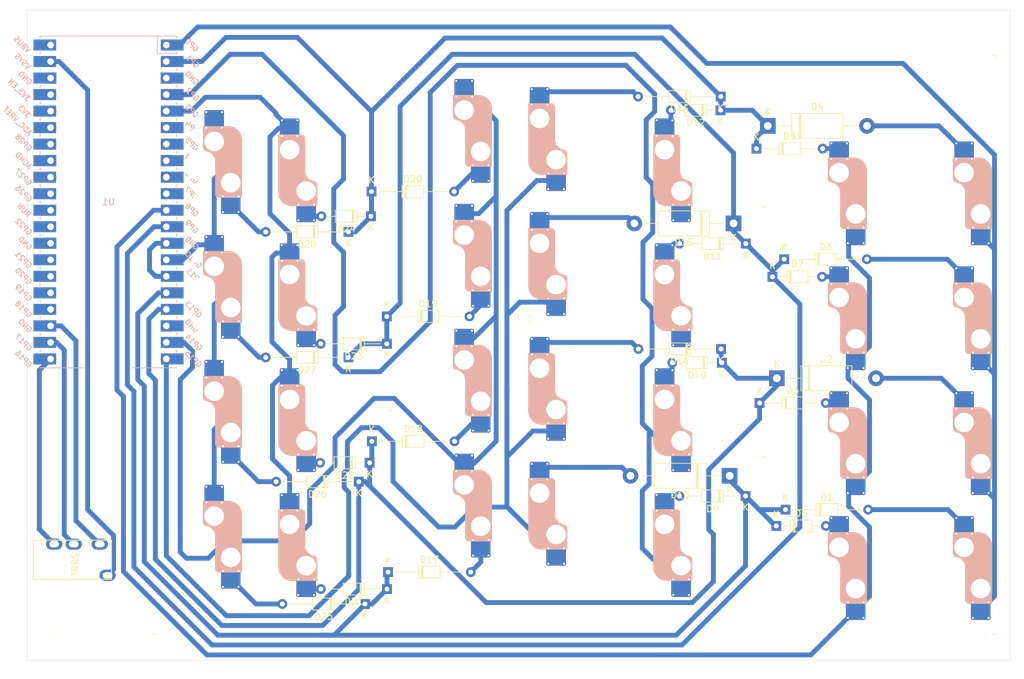
<source format=kicad_pcb>
(kicad_pcb (version 20240108) (generator "pcbnew") (generator_version "8.0")
  (layers (0 "F.Cu" signal) (31 "B.Cu" signal) (34 "B.Paste" user) (35 "F.Paste" user) (36 "B.SilkS" user "B.Silkscreen") (37 "F.SilkS" user "F.Silkscreen") (38 "B.Mask" user) (39 "F.Mask" user) (44 "Edge.Cuts" user))
  (net 0 "")
  (net 1 "Net-(D1-A)")
  (net 2 "/r1")
  (net 3 "Net-(D2-A)")
  (net 4 "/r2")
  (net 5 "/r3")
  (net 6 "Net-(D3-A)")
  (net 7 "Net-(D4-A)")
  (net 8 "/r4")
  (net 9 "Net-(D5-A)")
  (net 10 "Net-(D6-A)")
  (net 11 "Net-(D7-A)")
  (net 12 "Net-(D8-A)")
  (net 13 "Net-(D9-A)")
  (net 14 "Net-(D10-A)")
  (net 15 "Net-(D11-A)")
  (net 16 "Net-(D12-A)")
  (net 17 "Net-(D13-A)")
  (net 18 "Net-(D14-A)")
  (net 19 "Net-(D15-A)")
  (net 20 "Net-(D16-A)")
  (net 21 "Net-(D17-A)")
  (net 22 "Net-(D18-A)")
  (net 23 "Net-(D19-A)")
  (net 24 "Net-(D20-A)")
  (net 25 "Net-(D21-A)")
  (net 26 "Net-(D22-A)")
  (net 27 "Net-(D23-A)")
  (net 28 "Net-(D24-A)")
  (net 29 "Net-(D25-A)")
  (net 30 "Net-(D26-A)")
  (net 31 "Net-(D27-A)")
  (net 32 "Net-(D28-A)")
  (net 38 "/scl")
  (net 39 "/GND")
  (net 40 "+5V")
  (net 41 "/sda")
  (net 42 "/c1")
  (net 43 "/c2")
  (net 44 "/c3")
  (net 45 "/c4")
  (net 46 "/c5")
  (net 47 "/c6")
  (net 48 "/c7")
  (net 59 "Net-(U1-GPIO11)")
  (footprint "BrownSugar_KBD:CherryMX_Hotswap_via_1U_with_tp" (layer "F.Cu") (at 75.2 131.6 -90)
    (property "Reference" "SW25")
    (property "Value" "SW_PUSH")
  )
  (footprint "Diode_THT:D_DO-34_SOD68_P12.70mm_Horizontal" (layer "F.Cu") (at 165.3 88.3)
    (property "Reference" "D3")
    (property "Value" "D")
  )
  (footprint "BrownSugar_KBD:CherryMX_Hotswap_via_1U_with_tp" (layer "F.Cu") (at 132.8 107.6 90)
    (property "Reference" "SW14")
    (property "Value" "SW_PUSH")
  )
  (footprint "Diode_THT:D_DO-34_SOD68_P12.70mm_Horizontal" (layer "F.Cu") (at 165.5 126.8)
    (property "Reference" "D1")
    (property "Value" "D")
  )
  (footprint "BrownSugar_KBD:CherryMX_Hotswap_via_1U_with_tp" (layer "F.Cu") (at 94.4 112.4 90)
    (property "Reference" "SW22")
    (property "Value" "SW_PUSH")
  )
  (footprint "Diode_THT:D_DO-15_P15.24mm_Horizontal" (layer "F.Cu") (at 164.16 106.6)
    (property "Reference" "D2")
    (property "Value" "D")
  )
  (footprint "Diode_THT:D_DO-34_SOD68_P7.62mm_Horizontal" (layer "F.Cu") (at 101.815 81.7 180)
    (property "Reference" "D24")
    (property "Value" "D")
  )
  (footprint "Diode_THT:D_DO-34_SOD68_P12.70mm_Horizontal" (layer "F.Cu") (at 101.9 77.9)
    (property "Reference" "D20")
    (property "Value" "D")
  )
  (footprint "Diode_THT:D_DO-34_SOD68_P12.70mm_Horizontal" (layer "F.Cu") (at 155.55 63.3 180)
    (property "Reference" "D16")
    (property "Value" "D")
  )
  (footprint "BrownSugar_KBD:mountinghole_M2" (layer "F.Cu") (at 125.1 98)
    (property "Reference" "H10")
    (property "Value" "MountingHole")
  )
  (footprint "BrownSugar_KBD:CherryMX_Hotswap_via_1U_with_tp" (layer "F.Cu") (at 113.6 88.4 -90)
    (property "Reference" "SW19")
    (property "Value" "SW_PUSH")
  )
  (footprint "BrownSugar_KBD:CherryMX_Hotswap_via_1U_with_tp" (layer "F.Cu") (at 171.2 98 -90)
    (property "Reference" "SW7")
    (property "Value" "SW_PUSH")
  )
  (footprint "Diode_THT:D_DO-34_SOD68_P10.16mm_Horizontal" (layer "F.Cu") (at 161.52 110.4)
    (property "Reference" "D6")
    (property "Value" "D")
  )
  (footprint "Diode_THT:D_DO-34_SOD68_P7.62mm_Horizontal" (layer "F.Cu") (at 163.5 91)
    (property "Reference" "D7")
    (property "Value" "D")
  )
  (footprint "BrownSugar_KBD:mountinghole_M2" (layer "F.Cu") (at 53 147)
    (property "Reference" "H4")
    (property "Value" "MountingHole")
  )
  (footprint "BrownSugar_KBD:mountinghole_M2" (layer "F.Cu") (at 197 147)
    (property "Reference" "H3")
    (property "Value" "MountingHole")
  )
  (footprint "Diode_THT:D_DO-34_SOD68_P10.16mm_Horizontal" (layer "F.Cu") (at 104.26 101.3 180)
    (property "Reference" "D23")
    (property "Value" "D")
  )
  (footprint "BrownSugar_KBD:CherryMX_Hotswap_via_1U_with_tp" (layer "F.Cu") (at 132.8 126.8 90)
    (property "Reference" "SW13")
    (property "Value" "SW_PUSH")
  )
  (footprint "BrownSugar_KBD:mountinghole_M2" (layer "F.Cu") (at 104.1 74.2)
    (property "Reference" "H6")
    (property "Value" "MountingHole")
  )
  (footprint "Diode_THT:D_DO-15_P15.24mm_Horizontal" (layer "F.Cu") (at 156.92 121.6 180)
    (property "Reference" "D13")
    (property "Value" "D")
  )
  (footprint "Diode_THT:D_DO-15_P15.24mm_Horizontal" (layer "F.Cu") (at 157.52 82.8 180)
    (property "Reference" "D15")
    (property "Value" "D")
  )
  (footprint "Diode_THT:D_DO-34_SOD68_P12.70mm_Horizontal" (layer "F.Cu") (at 98.35 103.4 180)
    (property "Reference" "D27")
    (property "Value" "D")
  )
  (footprint "BrownSugar_KBD:CherryMX_Hotswap_via_1U_with_tp" (layer "F.Cu") (at 152 93.2 90)
    (property "Reference" "SW11")
    (property "Value" "SW_PUSH")
  )
  (footprint "BrownSugar_KBD:CherryMX_Hotswap_via_1U_with_tp" (layer "F.Cu") (at 190.4 98 -90)
    (property "Reference" "SW3")
    (property "Value" "SW_PUSH")
  )
  (footprint "BrownSugar_KBD:mountinghole_M2" (layer "F.Cu") (at 161.6 119.7)
    (property "Reference" "H8")
    (property "Value" "MountingHole")
  )
  (footprint "Diode_THT:D_DO-34_SOD68_P12.70mm_Horizontal" (layer "F.Cu") (at 101.95 116.3)
    (property "Reference" "D18")
    (property "Value" "D")
  )
  (footprint "BrownSugar_KBD:CherryMX_Hotswap_via_1U_with_tp" (layer "F.Cu") (at 190.4 136.4 -90)
    (property "Reference" "SW1")
    (property "Value" "SW_PUSH")
  )
  (footprint "Diode_THT:D_DO-34_SOD68_P12.70mm_Horizontal" (layer "F.Cu") (at 104.45 136.4)
    (property "Reference" "D17")
    (property "Value" "D")
  )
  (footprint "Diode_THT:D_DO-34_SOD68_P10.16mm_Horizontal" (layer "F.Cu") (at 159.4 85.9 180)
    (property "Reference" "D11")
    (property "Value" "D")
  )
  (footprint "Diode_THT:D_DO-34_SOD68_P7.62mm_Horizontal" (layer "F.Cu") (at 155.52 65.4 180)
    (property "Reference" "D12")
    (property "Value" "D")
  )
  (footprint "Diode_THT:D_DO-34_SOD68_P10.16mm_Horizontal" (layer "F.Cu") (at 104.28 139 180)
    (property "Reference" "D21")
    (property "Value" "D")
  )
  (footprint "BrownSugar_KBD:CherryMX_Hotswap_via_1U_with_tp" (layer "F.Cu") (at 94.4 131.6 90)
    (property "Reference" "SW21")
    (property "Value" "SW_PUSH")
  )
  (footprint "BrownSugar_KBD:mountinghole_M2" (layer "F.Cu") (at 68 147)
    (property "Reference" "H5")
    (property "Value" "MountingHole")
  )
  (footprint "Diode_THT:D_DO-34_SOD68_P7.62mm_Horizontal" (layer "F.Cu") (at 164.085 129.3)
    (property "Reference" "D5")
    (property "Value" "D")
  )
  (footprint "BrownSugar_KBD:CherryMX_Hotswap_via_1U_with_tp" (layer "F.Cu") (at 152 131.6 90)
    (property "Reference" "SW9")
    (property "Value" "SW_PUSH")
  )
  (footprint "BrownSugar_KBD:CherryMX_Hotswap_via_1U_with_tp" (layer "F.Cu") (at 94.4 93.2 90)
    (property "Reference" "SW23")
    (property "Value" "SW_PUSH")
  )
  (footprint "BrownSugar_KBD:CherryMX_Hotswap_via_1U_with_tp" (layer "F.Cu") (at 113.6 126.8 -90)
    (property "Reference" "SW17")
    (property "Value" "SW_PUSH")
  )
  (footprint "BrownSugar_KBD:CherryMX_Hotswap_via_1U_with_tp" (layer "F.Cu") (at 75.2 112.4 -90)
    (property "Reference" "SW26")
    (property "Value" "SW_PUSH")
  )
  (footprint "Diode_THT:D_DO-34_SOD68_P12.70mm_Horizontal" (layer "F.Cu") (at 104.25 97.1)
    (property "Reference" "D19")
    (property "Value" "D")
  )
  (footprint "BrownSugar_KBD:CherryMX_Hotswap_via_1U_with_tp" (layer "F.Cu") (at 190.4 78.8 -90)
    (property "Reference" "SW4")
    (property "Value" "SW_PUSH")
  )
  (footprint "BrownSugar_KBD:CherryMX_Hotswap_via_1U_with_tp" (layer "F.Cu") (at 132.8 69.2 90)
    (property "Reference" "SW16")
    (property "Value" "SW_PUSH")
  )
  (footprint "BrownSugar_KBD:mountinghole_M2" (layer "F.Cu") (at 197 58)
    (property "Reference" "H2")
    (property "Value" "MountingHole")
  )
  (footprint "BrownSugar_KBD:TRRS_PJ-320A" (layer "F.Cu") (at 49.955 134.5 90)
    (property "Reference" "J2")
    (property "Value" "TRRS" (hide yes))
  )
  (footprint "BrownSugar_KBD:CherryMX_Hotswap_via_1U_with_tp" (layer "F.Cu") (at 132.8 88.4 90)
    (property "Reference" "SW15")
    (property "Value" "SW_PUSH")
  )
  (footprint "Diode_THT:D_DO-34_SOD68_P12.70mm_Horizontal" (layer "F.Cu") (at 155.6 102.1 180)
    (property "Reference" "D14")
    (property "Value" "D")
  )
  (footprint "Diode_THT:D_DO-34_SOD68_P7.62mm_Horizontal" (layer "F.Cu") (at 101.615 119.6 180)
    (property "Reference" "D22")
    (property "Value" "D")
  )
  (footprint "BrownSugar_KBD:CherryMX_Hotswap_via_1U_with_tp" (layer "F.Cu") (at 152 112.4 90)
    (property "Reference" "SW10")
    (property "Value" "SW_PUSH")
  )
  (footprint "BrownSugar_KBD:CherryMX_Hotswap_via_1U_with_tp" (layer "F.Cu") (at 171.2 78.8 -90)
    (property "Reference" "SW8")
    (property "Value" "SW_PUSH")
  )
  (footprint "BrownSugar_KBD:CherryMX_Hotswap_via_1U_with_tp" (layer "F.Cu") (at 171.2 136.4 -90)
    (property "Reference" "SW5")
    (property "Value" "SW_PUSH")
  )
  (footprint "BrownSugar_KBD:CherryMX_Hotswap_via_1U_with_tp" (layer "F.Cu") (at 171.2 117.2 -90)
    (property "Reference" "SW6")
    (property "Value" "SW_PUSH")
  )
  (footprint "BrownSugar_KBD:mountinghole_M2" (layer "F.Cu") (at 161.6 81.3)
    (property "Reference" "H7")
    (property "Value" "MountingHole")
  )
  (footprint "BrownSugar_KBD:mountinghole_M2" (layer "F.Cu") (at 81 60)
    (property "Reference" "H1")
    (property "Value" "MountingHole")
  )
  (footprint "Diode_THT:D_DO-34_SOD68_P7.62mm_Horizontal" (layer "F.Cu") (at 155.715 104.2 180)
    (property "Reference" "D10")
    (property "Value" "D")
  )
  (footprint "Diode_THT:D_DO-34_SOD68_P12.70mm_Horizontal" (layer "F.Cu") (at 99.95 122.5 180)
    (property "Reference" "D26")
    (property "Value" "D")
  )
  (footprint "Diode_THT:D_DO-34_SOD68_P10.16mm_Horizontal" (layer "F.Cu") (at 161.04 71.3)
    (property "Reference" "D8")
    (property "Value" "D")
  )
  (footprint "BrownSugar_KBD:CherryMX_Hotswap_via_1U_with_tp" (layer "F.Cu") (at 94.4 74 90)
    (property "Reference" "SW24")
    (property "Value" "SW_PUSH")
  )
  (footprint "BrownSugar_KBD:CherryMX_Hotswap_via_1U_with_tp" (layer "F.Cu") (at 113.6 107.6 -90)
    (property "Reference" "SW18")
    (property "Value" "SW_PUSH")
  )
  (footprint "Diode_THT:D_DO-15_P15.24mm_Horizontal" (layer "F.Cu") (at 162.78 67.8)
    (property "Reference" "D4")
    (property "Value" "D")
  )
  (footprint "Diode_THT:D_DO-34_SOD68_P12.70mm_Horizontal" (layer "F.Cu") (at 100.9 141.3 180)
    (property "Reference" "D25")
    (property "Value" "D")
  )
  (footprint "BrownSugar_KBD:mountinghole_M2" (layer "F.Cu") (at 104 112.5)
    (property "Reference" "H9")
    (property "Value" "MountingHole")
  )
  (footprint "BrownSugar_KBD:CherryMX_Hotswap_via_1U_with_tp" (layer "F.Cu") (at 75.2 74 -90)
    (property "Reference" "SW28")
    (property "Value" "SW_PUSH")
  )
  (footprint "Diode_THT:D_DO-34_SOD68_P10.16mm_Horizontal" (layer "F.Cu") (at 159.36 124.7 180)
    (property "Reference" "D9")
    (property "Value" "D")
  )
  (footprint "Diode_THT:D_DO-34_SOD68_P12.70mm_Horizontal" (layer "F.Cu") (at 98.35 84.1 180)
    (property "Reference" "D28")
    (property "Value" "D")
  )
  (footprint "BrownSugar_KBD:CherryMX_Hotswap_via_1U_with_tp" (layer "F.Cu") (at 75.2 93.2 -90)
    (property "Reference" "SW27")
    (property "Value" "SW_PUSH")
  )
  (footprint "BrownSugar_KBD:CherryMX_Hotswap_via_1U_with_tp" (layer "F.Cu") (at 152 74 90)
    (property "Reference" "SW12")
    (property "Value" "SW_PUSH")
  )
  (footprint "BrownSugar_KBD:CherryMX_Hotswap_via_1U_with_tp" (layer "F.Cu") (at 113.6 69.2 -90)
    (property "Reference" "SW20")
    (property "Value" "SW_PUSH")
  )
  (footprint "BrownSugar_KBD:CherryMX_Hotswap_via_1U_with_tp" (layer "F.Cu") (at 190.4 117.2 -90)
    (property "Reference" "SW2")
    (property "Value" "SW_PUSH")
  )
  (footprint "MCU_RaspberryPi_and_Boards:RPi_Pico_SMD_TH_NO_DEBUG" (layer "B.Cu") (at 61.5 79.5 180)
    (property "Reference" "U1")
    (property "Value" "Pico")
  )
  (gr_rect (start 49 50) (end 200 150) (stroke (width 0.05)) (fill none) (layer "Edge.Cuts"))
  (segment (start 190.45 126.8) (end 192.94 129.29) (width 0.75) (layer "B.Cu") (net 1))
  (segment (start 178.2 126.8) (end 190.45 126.8) (width 0.75) (layer "B.Cu") (net 1))
  (segment (start 66 106.8) (end 67 107.8) (width 0.75) (layer "B.Cu") (net 2))
  (segment (start 148.7 146.1) (end 159.36 135.44) (width 0.75) (layer "B.Cu") (net 2))
  (segment (start 96.15 146.1) (end 100.95 141.3) (width 0.75) (layer "B.Cu") (net 2))
  (segment (start 101.98 141.3) (end 104.28 139) (width 0.75) (layer "B.Cu") (net 2))
  (segment (start 94.2 146.1) (end 148.7 146.1) (width 0.75) (layer "B.Cu") (net 2))
  (segment (start 70.39 93.47) (end 69.187919 93.47) (width 0.75) (layer "B.Cu") (net 2))
  (segment (start 160.63 125.97) (end 159.36 124.7) (width 0.75) (layer "B.Cu") (net 2))
  (segment (start 66 96.657919) (end 66 106.8) (width 0.75) (layer "B.Cu") (net 2))
  (segment (start 78.3 146.1) (end 96.15 146.1) (width 0.75) (layer "B.Cu") (net 2))
  (segment (start 163.96 129.3) (end 160.63 125.97) (width 0.75) (layer "B.Cu") (net 2))
  (segment (start 67 134.8) (end 78.3 146.1) (width 0.75) (layer "B.Cu") (net 2))
  (segment (start 164.085 129.3) (end 163.96 129.3) (width 0.75) (layer "B.Cu") (net 2))
  (segment (start 67 107.8) (end 67 134.8) (width 0.75) (layer "B.Cu") (net 2))
  (segment (start 104.45 138.83) (end 104.28 139) (width 0.75) (layer "B.Cu") (net 2))
  (segment (start 161.46 126.8) (end 160.63 125.97) (width 0.75) (layer "B.Cu") (net 2))
  (segment (start 69.187919 93.47) (end 66 96.657919) (width 0.75) (layer "B.Cu") (net 2))
  (segment (start 104.28 139) (end 104.28 136.57) (width 0.75) (layer "B.Cu") (net 2))
  (segment (start 165.5 126.8) (end 161.46 126.8) (width 0.75) (layer "B.Cu") (net 2))
  (segment (start 100.95 141.3) (end 101.98 141.3) (width 0.75) (layer "B.Cu") (net 2))
  (segment (start 159.36 135.44) (end 159.36 124.7) (width 0.75) (layer "B.Cu") (net 2))
  (segment (start 156.92 121.6) (end 156.92 122.26) (width 0.75) (layer "B.Cu") (net 2))
  (segment (start 104.28 136.57) (end 104.45 136.4) (width 0.75) (layer "B.Cu") (net 2))
  (segment (start 156.92 122.26) (end 159.36 124.7) (width 0.75) (layer "B.Cu") (net 2))
  (segment (start 179.4 106.6) (end 189.45 106.6) (width 0.75) (layer "B.Cu") (net 3))
  (segment (start 189.45 106.6) (end 192.94 110.09) (width 0.75) (layer "B.Cu") (net 3))
  (segment (start 158.115 106.6) (end 164.16 106.6) (width 0.75) (layer "B.Cu") (net 4))
  (segment (start 161.52 112.85) (end 153.7 120.67) (width 0.75) (layer "B.Cu") (net 4))
  (segment (start 78.9 144.6) (end 68.7 134.4) (width 0.75) (layer "B.Cu") (net 4))
  (segment (start 99.95 122.5) (end 99.95 139.05) (width 0.75) (layer "B.Cu") (net 4))
  (segment (start 161.52 110.4) (end 161.52 112.85) (width 0.75) (layer "B.Cu") (net 4))
  (segment (start 99.95 139.05) (end 94.4 144.6) (width 0.75) (layer "B.Cu") (net 4))
  (segment (start 151.183476 141.085) (end 119.536902 141.085) (width 0.75) (layer "B.Cu") (net 4))
  (segment (start 155.715 104.2) (end 158.115 106.6) (width 0.75) (layer "B.Cu") (net 4))
  (segment (start 69.187919 96.01) (end 70.39 96.01) (width 0.75) (layer "B.Cu") (net 4))
  (segment (start 154.425 137.843476) (end 151.183476 141.085) (width 0.75) (layer "B.Cu") (net 4))
  (segment (start 101.615 123.163098) (end 101.615 119.6) (width 0.75) (layer "B.Cu") (net 4))
  (segment (start 101.615 119.6) (end 101.55 119.6) (width 0.75) (layer "B.Cu") (net 4))
  (segment (start 68.7 106.9) (end 67.7 105.9) (width 0.75) (layer "B.Cu") (net 4))
  (segment (start 68.7 134.4) (end 68.7 106.9) (width 0.75) (layer "B.Cu") (net 4))
  (segment (start 101.95 116.3) (end 101.95 119.265) (width 0.75) (layer "B.Cu") (net 4))
  (segment (start 153.7 129.870532) (end 154.425 130.595532) (width 0.75) (layer "B.Cu") (net 4))
  (segment (start 67.7 105.9) (end 67.7 97.497919) (width 0.75) (layer "B.Cu") (net 4))
  (segment (start 100.951902 122.5) (end 102.775951 124.324049) (width 0.75) (layer "B.Cu") (net 4))
  (segment (start 119.536902 141.085) (end 102.775951 124.324049) (width 0.75) (layer "B.Cu") (net 4))
  (segment (start 164.16 107.76) (end 161.52 110.4) (width 0.75) (layer "B.Cu") (net 4))
  (segment (start 99.95 122.5) (end 100.951902 122.5) (width 0.75) (layer "B.Cu") (net 4))
  (segment (start 155.6 104.085) (end 155.715 104.2) (width 0.75) (layer "B.Cu") (net 4))
  (segment (start 155.6 102.1) (end 155.6 104.085) (width 0.75) (layer "B.Cu") (net 4))
  (segment (start 67.7 97.497919) (end 69.187919 96.01) (width 0.75) (layer "B.Cu") (net 4))
  (segment (start 154.425 130.595532) (end 154.425 137.843476) (width 0.75) (layer "B.Cu") (net 4))
  (segment (start 164.16 106.6) (end 164.16 107.76) (width 0.75) (layer "B.Cu") (net 4))
  (segment (start 102.775951 124.324049) (end 101.615 123.163098) (width 0.75) (layer "B.Cu") (net 4))
  (segment (start 94.4 144.6) (end 78.9 144.6) (width 0.75) (layer "B.Cu") (net 4))
  (segment (start 153.7 120.67) (end 153.7 129.870532) (width 0.75) (layer "B.Cu") (net 4))
  (segment (start 101.95 119.265) (end 101.615 119.6) (width 0.75) (layer "B.Cu") (net 4))
  (segment (start 77.4 147.6) (end 65.4 135.6) (width 0.75) (layer "B.Cu") (net 5))
  (segment (start 64.4 87.4) (end 68.49 83.31) (width 0.75) (layer "B.Cu") (net 5))
  (segment (start 65.4 108.6) (end 64.4 107.6) (width 0.75) (layer "B.Cu") (net 5))
  (segment (start 159.4 85.9) (end 161.9 88.4) (width 0.75) (layer "B.Cu") (net 5))
  (segment (start 163.6 90) (end 165.3 88.3) (width 0.75) (layer "B.Cu") (net 5))
  (segment (start 157.52 82.8) (end 157.52 84.02) (width 0.75) (layer "B.Cu") (net 5))
  (segment (start 149.6 147.6) (end 77.4 147.6) (width 0.75) (layer "B.Cu") (net 5))
  (segment (start 104.25 97.1) (end 104.25 101.29) (width 0.75) (layer "B.Cu") (net 5))
  (segment (start 64.4 107.6) (end 64.4 87.4) (width 0.75) (layer "B.Cu") (net 5))
  (segment (start 163.5 90) (end 163.6 90) (width 0.75) (layer "B.Cu") (net 5))
  (segment (start 157.52 82.8) (end 157.52 71.952234) (width 0.75) (layer "B.Cu") (net 5))
  (segment (start 114.3 56.8) (end 106.3 64.8) (width 0.75) (layer "B.Cu") (net 5))
  (segment (start 98.15 103.6) (end 98.35 103.4) (width 0.75) (layer "B.Cu") (net 5))
  (segment (start 106.3 64.8) (end 106.3 95.05) (width 0.75) (layer "B.Cu") (net 5))
  (segment (start 157.52 71.952234) (end 142.367766 56.8) (width 0.75) (layer "B.Cu") (net 5))
  (segment (start 167.7 129.5) (end 149.6 147.6) (width 0.75) (layer "B.Cu") (net 5))
  (segment (start 157.52 84.02) (end 159.4 85.9) (width 0.75) (layer "B.Cu") (net 5))
  (segment (start 100.45 101.3) (end 98.35 103.4) (width 0.75) (layer "B.Cu") (net 5))
  (segment (start 104.26 101.3) (end 100.45 101.3) (width 0.75) (layer "B.Cu") (net 5))
  (segment (start 163.5 90) (end 163.5 91) (width 0.75) (layer "B.Cu") (net 5))
  (segment (start 167.7 95.2) (end 167.7 129.5) (width 0.75) (layer "B.Cu") (net 5))
  (segment (start 142.367766 56.8) (end 114.3 56.8) (width 0.75) (layer "B.Cu") (net 5))
  (segment (start 106.3 95.05) (end 104.25 97.1) (width 0.75) (layer "B.Cu") (net 5))
  (segment (start 161.9 88.4) (end 163.5 90) (width 0.75) (layer "B.Cu") (net 5))
  (segment (start 68.49 83.31) (end 70.39 83.31) (width 0.75) (layer "B.Cu") (net 5))
  (segment (start 163.5 91) (end 167.7 95.2) (width 0.75) (layer "B.Cu") (net 5))
  (segment (start 104.25 101.29) (end 104.26 101.3) (width 0.75) (layer "B.Cu") (net 5))
  (segment (start 65.4 135.6) (end 65.4 108.6) (width 0.75) (layer "B.Cu") (net 5))
  (segment (start 190.35 88.3) (end 192.94 90.89) (width 0.75) (layer "B.Cu") (net 6))
  (segment (start 178 88.3) (end 190.35 88.3) (width 0.75) (layer "B.Cu") (net 6))
  (segment (start 189.05 67.8) (end 192.94 71.69) (width 0.75) (layer "B.Cu") (net 7))
  (segment (start 178.02 67.8) (end 189.05 67.8) (width 0.75) (layer "B.Cu") (net 7))
  (segment (start 161.04 71.3) (end 161.04 69.54) (width 0.75) (layer "B.Cu") (net 8))
  (segment (start 155.52 65.4) (end 160.38 65.4) (width 0.75) (layer "B.Cu") (net 8))
  (segment (start 99.415 84.1) (end 101.815 81.7) (width 0.75) (layer "B.Cu") (net 8))
  (segment (start 161.04 69.54) (end 162.78 67.8) (width 0.75) (layer "B.Cu") (net 8))
  (segment (start 98.35 84.1) (end 99.415 84.1) (width 0.75) (layer "B.Cu") (net 8))
  (segment (start 101.9 81.615) (end 101.815 81.7) (width 0.75) (layer "B.Cu") (net 8))
  (segment (start 90.5 54.2) (end 79.532233 54.2) (width 0.75) (layer "B.Cu") (net 8))
  (segment (start 155.55 65.37) (end 155.52 65.4) (width 0.75) (layer "B.Cu") (net 8))
  (segment (start 79.532233 54.2) (end 75.822233 57.91) (width 0.75) (layer "B.Cu") (net 8))
  (segment (start 101.9 77.9) (end 101.9 81.615) (width 0.75) (layer "B.Cu") (net 8))
  (segment (start 101.9 65.6) (end 90.5 54.2) (width 0.75) (layer "B.Cu") (net 8))
  (segment (start 101.9 65.6) (end 101.9 77.9) (width 0.75) (layer "B.Cu") (net 8))
  (segment (start 75.822233 57.91) (end 70.39 57.91) (width 0.75) (layer "B.Cu") (net 8))
  (segment (start 113.2 54.3) (end 101.9 65.6) (width 0.75) (layer "B.Cu") (net 8))
  (segment (start 146.55 54.3) (end 113.2 54.3) (width 0.75) (layer "B.Cu") (net 8))
  (segment (start 155.55 63.3) (end 155.55 65.37) (width 0.75) (layer "B.Cu") (net 8))
  (segment (start 160.38 65.4) (end 162.78 67.8) (width 0.75) (layer "B.Cu") (net 8))
  (segment (start 155.55 63.3) (end 146.55 54.3) (width 0.75) (layer "B.Cu") (net 8))
  (segment (start 173.73 129.3) (end 173.74 129.29) (width 0.75) (layer "B.Cu") (net 9))
  (segment (start 171.705 129.3) (end 173.73 129.3) (width 0.75) (layer "B.Cu") (net 9))
  (segment (start 173.43 110.4) (end 173.74 110.09) (width 0.75) (layer "B.Cu") (net 10))
  (segment (start 171.68 110.4) (end 173.43 110.4) (width 0.75) (layer "B.Cu") (net 10))
  (segment (start 173.63 91) (end 173.74 90.89) (width 0.75) (layer "B.Cu") (net 11))
  (segment (start 171.12 91) (end 173.63 91) (width 0.75) (layer "B.Cu") (net 11))
  (segment (start 173.35 71.3) (end 173.74 71.69) (width 0.75) (layer "B.Cu") (net 12))
  (segment (start 171.2 71.3) (end 173.35 71.3) (width 0.75) (layer "B.Cu") (net 12))
  (segment (start 149.2 124.7) (end 147.98 124.7) (width 0.75) (layer "B.Cu") (net 13))
  (segment (start 147.98 124.7) (end 146.92 125.76) (width 0.75) (layer "B.Cu") (net 13))
  (segment (start 148.095 105.385) (end 146.92 106.56) (width 0.75) (layer "B.Cu") (net 14))
  (segment (start 148.095 104.2) (end 148.095 105.385) (width 0.75) (layer "B.Cu") (net 14))
  (segment (start 149.24 85.9) (end 148.38 85.9) (width 0.75) (layer "B.Cu") (net 15))
  (segment (start 148.38 85.9) (end 146.92 87.36) (width 0.75) (layer "B.Cu") (net 15))
  (segment (start 147.9 65.4) (end 147.9 67.18) (width 0.75) (layer "B.Cu") (net 16))
  (segment (start 147.9 67.18) (end 146.92 68.16) (width 0.75) (layer "B.Cu") (net 16))
  (segment (start 128.385 120.295) (end 140.375 120.295) (width 0.75) (layer "B.Cu") (net 17))
  (segment (start 140.375 120.295) (end 141.68 121.6) (width 0.75) (layer "B.Cu") (net 17))
  (segment (start 127.72 120.96) (end 128.385 120.295) (width 0.75) (layer "B.Cu") (net 17))
  (segment (start 127.72 101.76) (end 128.385 101.095) (width 0.75) (layer "B.Cu") (net 18))
  (segment (start 128.385 101.095) (end 141.895 101.095) (width 0.75) (layer "B.Cu") (net 18))
  (segment (start 141.895 101.095) (end 142.9 102.1) (width 0.75) (layer "B.Cu") (net 18))
  (segment (start 127.72 82.56) (end 128.385 81.895) (width 0.75) (layer "B.Cu") (net 19))
  (segment (start 141.375 81.895) (end 142.28 82.8) (width 0.75) (layer "B.Cu") (net 19))
  (segment (start 128.385 81.895) (end 141.375 81.895) (width 0.75) (layer "B.Cu") (net 19))
  (segment (start 142.1 62.55) (end 142.85 63.3) (width 0.75) (layer "B.Cu") (net 20))
  (segment (start 127.72 63.36) (end 128.53 62.55) (width 0.75) (layer "B.Cu") (net 20))
  (segment (start 128.53 62.55) (end 142.1 62.55) (width 0.75) (layer "B.Cu") (net 20))
  (segment (start 118.68 134.87) (end 117.15 136.4) (width 0.75) (layer "B.Cu") (net 21))
  (segment (start 118.68 132.64) (end 118.68 134.87) (width 0.75) (layer "B.Cu") (net 21))
  (segment (start 117.51 113.44) (end 114.65 116.3) (width 0.75) (layer "B.Cu") (net 22))
  (segment (start 118.68 113.44) (end 117.51 113.44) (width 0.75) (layer "B.Cu") (net 22))
  (segment (start 118.68 95.37) (end 116.95 97.1) (width 0.75) (layer "B.Cu") (net 23))
  (segment (start 118.68 94.24) (end 118.68 95.37) (width 0.75) (layer "B.Cu") (net 23))
  (segment (start 118.68 75.04) (end 117.46 75.04) (width 0.75) (layer "B.Cu") (net 24))
  (segment (start 117.46 75.04) (end 114.6 77.9) (width 0.75) (layer "B.Cu") (net 24))
  (segment (start 94.12 139) (end 92.15 139) (width 0.75) (layer "B.Cu") (net 25))
  (segment (start 92.15 139) (end 91.86 138.71) (width 0.75) (layer "B.Cu") (net 25))
  (segment (start 91.95 119.6) (end 91.86 119.51) (width 0.75) (layer "B.Cu") (net 26))
  (segment (start 93.995 119.6) (end 91.95 119.6) (width 0.75) (layer "B.Cu") (net 26))
  (segment (start 92.85 101.3) (end 91.86 100.31) (width 0.75) (layer "B.Cu") (net 27))
  (segment (start 94.1 101.3) (end 92.85 101.3) (width 0.75) (layer "B.Cu") (net 27))
  (segment (start 94.195 81.7) (end 92.45 81.7) (width 0.75) (layer "B.Cu") (net 28))
  (segment (start 92.45 81.7) (end 91.86 81.11) (width 0.75) (layer "B.Cu") (net 28))
  (segment (start 87.65 141.3) (end 84.14 141.3) (width 0.75) (layer "B.Cu") (net 29))
  (segment (start 84.14 141.3) (end 80.28 137.44) (width 0.75) (layer "B.Cu") (net 29))
  (segment (start 87.25 122.5) (end 84.54 122.5) (width 0.75) (layer "B.Cu") (net 30))
  (segment (start 84.54 122.5) (end 80.28 118.24) (width 0.75) (layer "B.Cu") (net 30))
  (segment (start 85.65 103.4) (end 84.64 103.4) (width 0.75) (layer "B.Cu") (net 31))
  (segment (start 84.64 103.4) (end 80.28 99.04) (width 0.75) (layer "B.Cu") (net 31))
  (segment (start 84.54 84.1) (end 80.28 79.84) (width 0.75) (layer "B.Cu") (net 32))
  (segment (start 85.65 84.1) (end 84.54 84.1) (width 0.75) (layer "B.Cu") (net 32))
  (segment (start 52.61 103.63) (end 50.875 105.365) (width 0.75) (layer "B.Cu") (net 38))
  (segment (start 50.875 105.365) (end 50.875 129.82) (width 0.75) (layer "B.Cu") (net 38))
  (segment (start 50.875 129.82) (end 53.155 132.1) (width 0.75) (layer "B.Cu") (net 38))
  (segment (start 60.1 132.1) (end 60.155 132.1) (width 0.75) (layer "B.Cu") (net 39))
  (segment (start 54.21 98.55) (end 56.5 100.84) (width 0.75) (layer "B.Cu") (net 39))
  (segment (start 56.5 100.84) (end 56.5 128.5) (width 0.75) (layer "B.Cu") (net 39))
  (segment (start 52.61 98.55) (end 54.21 98.55) (width 0.75) (layer "B.Cu") (net 39))
  (segment (start 56.5 128.5) (end 60.1 132.1) (width 0.75) (layer "B.Cu") (net 39))
  (segment (start 58.3 126.8) (end 62.28 130.78) (width 0.75) (layer "B.Cu") (net 40))
  (segment (start 62.28 130.78) (end 62.28 135.975) (width 0.75) (layer "B.Cu") (net 40))
  (segment (start 62.28 135.975) (end 61.355 136.9) (width 0.75) (layer "B.Cu") (net 40))
  (segment (start 52.61 57.91) (end 53.91 57.91) (width 0.75) (layer "B.Cu") (net 40))
  (segment (start 58.3 62.3) (end 58.3 126.8) (width 0.75) (layer "B.Cu") (net 40))
  (segment (start 53.91 57.91) (end 58.3 62.3) (width 0.75) (layer "B.Cu") (net 40))
  (segment (start 53.52 101.09) (end 54.7 102.27) (width 0.75) (layer "B.Cu") (net 41))
  (segment (start 54.7 102.27) (end 54.7 130.645) (width 0.75) (layer "B.Cu") (net 41))
  (segment (start 52.61 101.09) (end 53.52 101.09) (width 0.75) (layer "B.Cu") (net 41))
  (segment (start 54.7 130.645) (end 56.155 132.1) (width 0.75) (layer "B.Cu") (net 41))
  (segment (start 183.548476 58.2) (end 153.4 58.2) (width 0.75) (layer "B.Cu") (net 42))
  (segment (start 197.605 105.965) (end 197.605 106.5) (width 0.75) (layer "B.Cu") (net 42))
  (segment (start 197.605 140.115) (end 195.48 142.24) (width 0.75) (layer "B.Cu") (net 42))
  (segment (start 197.605 106.5) (end 197.605 125.1) (width 0.75) (layer "B.Cu") (net 42))
  (segment (start 197.605 72.256524) (end 183.548476 58.2) (width 0.75) (layer "B.Cu") (net 42))
  (segment (start 197.605 86.765) (end 197.605 87.4) (width 0.75) (layer "B.Cu") (net 42))
  (segment (start 147.8 52.6) (end 75.2 52.6) (width 0.75) (layer "B.Cu") (net 42))
  (segment (start 197.605 125.1) (end 197.605 140.115) (width 0.75) (layer "B.Cu") (net 42))
  (segment (start 195.48 123.04) (end 195.545 123.04) (width 0.75) (layer "B.Cu") (net 42))
  (segment (start 197.605 87.4) (end 197.605 106.5) (width 0.75) (layer "B.Cu") (net 42))
  (segment (start 195.545 123.04) (end 197.605 125.1) (width 0.75) (layer "B.Cu") (net 42))
  (segment (start 153.4 58.2) (end 147.8 52.6) (width 0.75) (layer "B.Cu") (net 42))
  (segment (start 72.43 55.37) (end 70.39 55.37) (width 0.75) (layer "B.Cu") (net 42))
  (segment (start 195.48 103.84) (end 197.605 105.965) (width 0.75) (layer "B.Cu") (net 42))
  (segment (start 75.2 52.6) (end 72.43 55.37) (width 0.75) (layer "B.Cu") (net 42))
  (segment (start 197.605 87.4) (end 197.605 72.256524) (width 0.75) (layer "B.Cu") (net 42))
  (segment (start 195.48 84.64) (end 197.605 86.765) (width 0.75) (layer "B.Cu") (net 42))
  (segment (start 175.1 105.02) (end 175.1 106.6) (width 0.75) (layer "B.Cu") (net 43))
  (segment (start 76.615 149.125) (end 63.8 136.31) (width 0.75) (layer "B.Cu") (net 43))
  (segment (start 176.28 123.04) (end 175.2 124.12) (width 0.75) (layer "B.Cu") (net 43))
  (segment (start 176.28 103.84) (end 175.1 105.02) (width 0.75) (layer "B.Cu") (net 43))
  (segment (start 62.8 86.4) (end 68.43 80.77) (width 0.75) (layer "B.Cu") (net 43))
  (segment (start 68.43 80.77) (end 70.39 80.77) (width 0.75) (layer "B.Cu") (net 43))
  (segment (start 178.405 101.715) (end 176.28 103.84) (width 0.75) (layer "B.Cu") (net 43))
  (segment (start 178.405 129.505) (end 178.405 140.115) (width 0.75) (layer "B.Cu") (net 43))
  (segment (start 175.2 88) (end 178.405 91.205) (width 0.75) (layer "B.Cu") (net 43))
  (segment (start 176.28 84.64) (end 175.2 85.72) (width 0.75) (layer "B.Cu") (net 43))
  (segment (start 178.405 120.915) (end 176.28 123.04) (width 0.75) (layer "B.Cu") (net 43))
  (segment (start 169.395 149.125) (end 76.615 149.125) (width 0.75) (layer "B.Cu") (net 43))
  (segment (start 178.405 109.905) (end 178.405 120.915) (width 0.75) (layer "B.Cu") (net 43))
  (segment (start 175.2 85.72) (end 175.2 88) (width 0.75) (layer "B.Cu") (net 43))
  (segment (start 175.2 126.3) (end 178.405 129.505) (width 0.75) (layer "B.Cu") (net 43))
  (segment (start 62.8 108.4) (end 62.8 86.4) (width 0.75) (layer "B.Cu") (net 43))
  (segment (start 175.1 106.6) (end 178.405 109.905) (width 0.75) (layer "B.Cu") (net 43))
  (segment (start 178.405 140.115) (end 176.28 142.24) (width 0.75) (layer "B.Cu") (net 43))
  (segment (start 63.8 109.4) (end 62.8 108.4) (width 0.75) (layer "B.Cu") (net 43))
  (segment (start 175.2 124.12) (end 175.2 126.3) (width 0.75) (layer "B.Cu") (net 43))
  (segment (start 178.405 91.205) (end 178.405 101.715) (width 0.75) (layer "B.Cu") (net 43))
  (segment (start 63.8 136.31) (end 63.8 109.4) (width 0.75) (layer "B.Cu") (net 43))
  (segment (start 176.28 142.24) (end 169.395 149.125) (width 0.75) (layer "B.Cu") (net 43))
  (segment (start 143.6 94.45) (end 143.6 85.7) (width 0.75) (layer "B.Cu") (net 44))
  (segment (start 110.925 97.885) (end 103.21 105.6) (width 0.75) (layer "B.Cu") (net 44))
  (segment (start 97.6 69.3) (end 85.1 56.8) (width 0.75) (layer "B.Cu") (net 44))
  (segment (start 97.6 95.6) (end 97.6 87.225) (width 0.75) (layer "B.Cu") (net 44))
  (segment (start 96.1 77.5) (end 97.6 76) (width 0.75) (layer "B.Cu") (net 44))
  (segment (start 115.1 58.5) (end 110.925 62.675) (width 0.75) (layer "B.Cu") (net 44))
  (segment (start 144.545 114.595) (end 144.545 122.855) (width 0.75) (layer "B.Cu") (net 44))
  (segment (start 144.075 114.125) (end 144.545 114.595) (width 0.75) (layer "B.Cu") (net 44))
  (segment (start 144.875 114.925) (end 149.46 119.51) (width 0.75) (layer "B.Cu") (net 44))
  (segment (start 145.1 76.75) (end 144.1 75.75) (width 0.75) (layer "B.Cu") (net 44))
  (segment (start 85.1 56.8) (end 80.2 56.8) (width 0.75) (layer "B.Cu") (net 44))
  (segment (start 97.6 87.225) (end 96.1 85.725) (width 0.75) (layer "B.Cu") (net 44))
  (segment (start 145 103.2) (end 143.5 104.7) (width 0.75) (layer "B.Cu") (net 44))
  (segment (start 110.925 62.675) (end 110.925 97.885) (width 0.75) (layer "B.Cu") (net 44))
  (segment (start 103.21 105.6) (end 97.4 105.6) (width 0.75) (layer "B.Cu") (net 44))
  (segment (start 143.5 104.7) (end 143.5 113.55) (width 0.75) (layer "B.Cu") (net 44))
  (segment (start 149.46 100.31) (end 144.545 95.395) (width 0.75) (layer "B.Cu") (net 44))
  (segment (start 143.5 123.9) (end 143.5 132.75) (width 0.75) (layer "B.Cu") (net 44))
  (segment (start 143.6 85.7) (end 145.1 84.2) (width 0.75) (layer "B.Cu") (net 44))
  (segment (start 145.025 95.875) (end 143.6 94.45) (width 0.75) (layer "B.Cu") (net 44))
  (segment (start 144.1 75.75) (end 144.1 66.881524) (width 0.75) (layer "B.Cu") (net 44))
  (segment (start 145.1 84.2) (end 145.1 76.75) (width 0.75) (layer "B.Cu") (net 44))
  (segment (start 145.4 62.9) (end 141 58.5) (width 0.75) (layer "B.Cu") (net 44))
  (segment (start 143.5 132.75) (end 149.46 138.71) (width 0.75) (layer "B.Cu") (net 44))
  (segment (start 144.545 122.855) (end 143.5 123.9) (width 0.75) (layer "B.Cu") (net 44))
  (segment (start 97.6 76) (end 97.6 69.3) (width 0.75) (layer "B.Cu") (net 44))
  (segment (start 141 58.5) (end 115.1 58.5) (width 0.75) (layer "B.Cu") (net 44))
  (segment (start 149.46 81.11) (end 144.1 75.75) (width 0.75) (layer "B.Cu") (net 44))
  (segment (start 97.4 105.6) (end 96.3 104.5) (width 0.75) (layer "B.Cu") (net 44))
  (segment (start 145.025 95.875) (end 145 95.9) (width 0.75) (layer "B.Cu") (net 44))
  (segment (start 96.1 85.725) (end 96.1 77.5) (width 0.75) (layer "B.Cu") (net 44))
  (segment (start 143.5 113.55) (end 144.875 114.925) (width 0.75) (layer "B.Cu") (net 44))
  (segment (start 96.3 96.9) (end 97.6 95.6) (width 0.75) (layer "B.Cu") (net 44))
  (segment (start 145 95.9) (end 145 103.2) (width 0.75) (layer "B.Cu") (net 44))
  (segment (start 144.1 75.75) (end 144.1 75.3) (width 0.75) (layer "B.Cu") (net 44))
  (segment (start 144.1 66.881524) (end 145.4 65.581524) (width 0.75) (layer "B.Cu") (net 44))
  (segment (start 80.2 56.8) (end 74.01 62.99) (width 0.75) (layer "B.Cu") (net 44))
  (segment (start 96.3 104.5) (end 96.3 96.9) (width 0.75) (layer "B.Cu") (net 44))
  (segment (start 74.01 62.99) (end 70.39 62.99) (width 0.75) (layer "B.Cu") (net 44))
  (segment (start 145.4 65.581524) (end 145.4 62.9) (width 0.75) (layer "B.Cu") (net 44))
  (segment (start 127.3 76.2) (end 123.4 80.1) (width 0.75) (layer "B.Cu") (net 45))
  (segment (start 98.4 137.018098) (end 95.259049 140.159049) (width 0.75) (layer "B.Cu") (net 45))
  (segment (start 98.4 137.018098) (end 92.318098 143.1) (width 0.75) (layer "B.Cu") (net 45))
  (segment (start 114.708021 129.475) (end 112.215 129.475) (width 0.75) (layer "B.Cu") (net 45))
  (segment (start 112.215 129.475) (end 105.2 122.46) (width 0.75) (layer "B.Cu") (net 45))
  (segment (start 97.7 121.1) (end 97.7 123.425) (width 0.75) (layer "B.Cu") (net 45))
  (segment (start 126.69 114.71) (end 130.26 114.71) (width 0.75) (layer "B.Cu") (net 45))
  (segment (start 129.65 94.9) (end 130.26 95.51) (width 0.75) (layer "B.Cu") (net 45))
  (segment (start 98.4 124.125) (end 98.4 137.018098) (width 0.75) (layer "B.Cu") (net 45))
  (segment (start 100.346902 114.2) (end 98.2 116.346902) (width 0.75) (layer "B.Cu") (net 45))
  (segment (start 130.15 76.2) (end 127.3 76.2) (width 0.75) (layer "B.Cu") (net 45))
  (segment (start 122.75 126.4) (end 117.783021 126.4) (width 0.75) (layer "B.Cu") (net 45))
  (segment (start 98.4 136.5) (end 98.4 137.018098) (width 0.75) (layer "B.Cu") (net 45))
  (segment (start 105.2 122.46) (end 105.2 116.4) (width 0.75) (layer "B.Cu") (net 45))
  (segment (start 122.7 107.975) (end 122.7 126.35) (width 0.75) (layer "B.Cu") (net 45))
  (segment (start 105.2 116.4) (end 103 114.2) (width 0.75) (layer "B.Cu") (net 45))
  (segment (start 79.6 143.1) (end 70.39 133.89) (width 0.75) (layer "B.Cu") (net 45))
  (segment (start 123.375 127.025) (end 122.75 126.4) (width 0.75) (layer "B.Cu") (net 45))
  (segment (start 98.2 116.346902) (end 98.2 120.6) (width 0.75) (layer "B.Cu") (net 45))
  (segment (start 97.7 123.425) (end 98.4 124.125) (width 0.75) (layer "B.Cu") (net 45))
  (segment (start 130.26 76.31) (end 130.15 76.2) (width 0.75) (layer "B.Cu") (net 45))
  (segment (start 92.318098 143.1) (end 79.6 143.1) (width 0.75) (layer "B.Cu") (net 45))
  (segment (start 123.375 80.125) (end 122.7 80.8) (width 0.75) (layer "B.Cu") (net 45))
  (segment (start 124.7 94.9) (end 129.65 94.9) (width 0.75) (layer "B.Cu") (net 45))
  (segment (start 98.2 120.6) (end 97.7 121.1) (width 0.75) (layer "B.Cu") (net 45))
  (segment (start 122.7 96.9) (end 124.7 94.9) (width 0.75) (layer "B.Cu") (net 45))
  (segment (start 123.375 127.025) (end 130.26 133.91) (width 0.75) (layer "B.Cu") (net 45))
  (segment (start 117.783021 126.4) (end 114.708021 129.475) (width 0.75) (layer "B.Cu") (net 45))
  (segment (start 103 114.2) (end 100.346902 114.2) (width 0.75) (layer "B.Cu") (net 45))
  (segment (start 122.7 80.8) (end 122.7 109.7) (width 0.75) (layer "B.Cu") (net 45))
  (segment (start 122.7 126.35) (end 123.375 127.025) (width 0.75) (layer "B.Cu") (net 45))
  (segment (start 122.7 118.7) (end 126.69 114.71) (width 0.75) (layer "B.Cu") (net 45))
  (segment (start 70.39 133.89) (end 70.39 103.63) (width 0.75) (layer "B.Cu") (net 45))
  (segment (start 121.055 78.6) (end 121.055 97) (width 0.75) (layer "B.Cu") (net 46))
  (segment (start 115.39 119.69) (end 105.4 109.7) (width 0.75) (layer "B.Cu") (net 46))
  (segment (start 118.365 81.29) (end 121.055 78.6) (width 0.75) (layer "B.Cu") (net 46))
  (segment (start 73.1 101.09) (end 70.39 101.09) (width 0.75) (layer "B.Cu") (net 46))
  (segment (start 72.525 133.325) (end 72.525 106.8) (width 0.75) (layer "B.Cu") (net 46))
  (segment (start 96.3 120) (end 92.4 123.9) (width 0.75) (layer "B.Cu") (net 46))
  (segment (start 73.475 134.275) (end 72.525 133.325) (width 0.75) (layer "B.Cu") (net 46))
  (segment (start 121.055 97) (end 121.055 116.275) (width 0.75) (layer "B.Cu") (net 46))
  (segment (start 116.14 62.09) (end 121.055 67.005) (width 0.75) (layer "B.Cu") (net 46))
  (segment (start 96.3 115.7) (end 96.3 120) (width 0.75) (layer "B.Cu") (net 46))
  (segment (start 79.5 131.6) (end 76.825 134.275) (width 0.75) (layer "B.Cu") (net 46))
  (segment (start 74.4 104.925) (end 74.4 102.39) (width 0.75) (layer "B.Cu") (net 46))
  (segment (start 121.055 116.275) (end 117.64 119.69) (width 0.75) (layer "B.Cu") (net 46))
  (segment (start 102.3 109.7) (end 96.3 115.7) (width 0.75) (layer "B.Cu") (net 46))
  (segment (start 116.14 100.49) (end 117.565 100.49) (width 0.75) (layer "B.Cu") (net 46))
  (segment (start 116.14 81.29) (end 118.365 81.29) (width 0.75) (layer "B.Cu") (net 46))
  (segment (start 117.565 100.49) (end 121.055 97) (width 0.75) (layer "B.Cu") (net 46))
  (segment (start 117.64 119.69) (end 116.14 119.69) (width 0.75) (layer "B.Cu") (net 46))
  (segment (start 105.4 109.7) (end 102.3 109.7) (width 0.75) (layer "B.Cu") (net 46))
  (segment (start 72.525 106.8) (end 74.4 104.925) (width 0.75) (layer "B.Cu") (net 46))
  (segment (start 89.785204 131.6) (end 79.5 131.6) (width 0.75) (layer "B.Cu") (net 46))
  (segment (start 92.4 123.9) (end 92.4 128.985204) (width 0.75) (layer "B.Cu") (net 46))
  (segment (start 116.14 119.69) (end 115.39 119.69) (width 0.75) (layer "B.Cu") (net 46))
  (segment (start 92.4 128.985204) (end 89.785204 131.6) (width 0.75) (layer "B.Cu") (net 46))
  (segment (start 74.4 102.39) (end 73.1 101.09) (width 0.75) (layer "B.Cu") (net 46))
  (segment (start 121.055 67.005) (end 121.055 78.6) (width 0.75) (layer "B.Cu") (net 46))
  (segment (start 76.825 134.275) (end 73.475 134.275) (width 0.75) (layer "B.Cu") (net 46))
  (segment (start 89.32 87.36) (end 87.24 87.36) (width 0.75) (layer "B.Cu") (net 47))
  (segment (start 87.84 106.56) (end 89.32 106.56) (width 0.75) (layer "B.Cu") (net 47))
  (segment (start 89.32 68.16) (end 87.64 68.16) (width 0.75) (layer "B.Cu") (net 47))
  (segment (start 87.64 68.16) (end 86.3 69.5) (width 0.75) (layer "B.Cu") (net 47))
  (segment (start 89.32 121.62) (end 86.7 119) (width 0.75) (layer "B.Cu") (net 47))
  (segment (start 86.6 101) (end 89.32 103.72) (width 0.75) (layer "B.Cu") (net 47))
  (segment (start 86.6 88) (end 86.6 101) (width 0.75) (layer "B.Cu") (net 47))
  (segment (start 87.24 87.36) (end 86.6 88) (width 0.75) (layer "B.Cu") (net 47))
  (segment (start 89.32 84.32) (end 89.32 87.36) (width 0.75) (layer "B.Cu") (net 47))
  (segment (start 86.7 107.7) (end 87.84 106.56) (width 0.75) (layer "B.Cu") (net 47))
  (segment (start 86.3 69.5) (end 86.3 81.3) (width 0.75) (layer "B.Cu") (net 47))
  (segment (start 76.4 63.4) (end 74.27 65.53) (width 0.75) (layer "B.Cu") (net 47))
  (segment (start 74.27 65.53) (end 70.39 65.53) (width 0.75) (layer "B.Cu") (net 47))
  (segment (start 86.7 119) (end 86.7 107.7) (width 0.75) (layer "B.Cu") (net 47))
  (segment (start 89.32 103.72) (end 89.32 106.56) (width 0.75) (layer "B.Cu") (net 47))
  (segment (start 87.195 65.8) (end 84.795 63.4) (width 0.75) (layer "B.Cu") (net 47))
  (segment (start 89.32 68.16) (end 87.195 66.035) (width 0.75) (layer "B.Cu") (net 47))
  (segment (start 89.32 125.76) (end 89.4 125.68) (width 0.75) (layer "B.Cu") (net 47))
  (segment (start 89.32 125.76) (end 89.32 121.62) (width 0.75) (layer "B.Cu") (net 47))
  (segment (start 87.195 66.035) (end 87.195 65.8) (width 0.75) (layer "B.Cu") (net 47))
  (segment (start 84.795 63.4) (end 76.4 63.4) (width 0.75) (layer "B.Cu") (net 47))
  (segment (start 86.3 81.3) (end 89.32 84.32) (width 0.75) (layer "B.Cu") (net 47))
  (segment (start 77.74 86.09) (end 79.865 88.215) (width 0.75) (layer "B.Cu") (net 48))
  (segment (start 80.2 107.75) (end 80.2 112.014796) (width 0.75) (layer "B.Cu") (net 48))
  (segment (start 79.865 69.015) (end 79.865 73.835) (width 0.75) (layer "B.Cu") (net 48))
  (segment (start 77.74 114.474796) (end 77.74 124.49) (width 0.75) (layer "B.Cu") (net 48))
  (segment (start 72.914746 88.39) (end 75.214746 86.09) (width 0.75) (layer "B.Cu") (net 48))
  (segment (start 79.865 73.835) (end 77.74 75.96) (width 0.75) (layer "B.Cu") (net 48))
  (segment (start 79.865 93.149796) (end 77.74 95.274796) (width 0.75) (layer "B.Cu") (net 48))
  (segment (start 70.39 88.39) (end 72.914746 88.39) (width 0.75) (layer "B.Cu") (net 48))
  (segment (start 77.74 95.274796) (end 77.74 105.29) (width 0.75) (layer "B.Cu") (net 48))
  (segment (start 80.2 112.014796) (end 77.74 114.474796) (width 0.75) (layer "B.Cu") (net 48))
  (segment (start 75.214746 86.09) (end 77.74 86.09) (width 0.75) (layer "B.Cu") (net 48))
  (segment (start 79.865 88.215) (end 79.865 93.149796) (width 0.75) (layer "B.Cu") (net 48))
  (segment (start 77.74 66.89) (end 79.865 69.015) (width 0.75) (layer "B.Cu") (net 48))
  (segment (start 77.74 105.29) (end 80.2 107.75) (width 0.75) (layer "B.Cu") (net 48))
  (segment (start 77.74 75.96) (end 77.74 86.09) (width 0.75) (layer "B.Cu") (net 48))
  (segment (start 68.73 90.93) (end 70.39 90.93) (width 0.75) (layer "B.Cu") (net 59))
  (segment (start 70.39 85.85) (end 68.79 85.85) (width 0.75) (layer "B.Cu") (net 59))
  (segment (start 67.8 90) (end 68.73 90.93) (width 0.75) (layer "B.Cu") (net 59))
  (segment (start 67.8 86.84) (end 67.8 90) (width 0.75) (layer "B.Cu") (net 59))
  (segment (start 68.79 85.85) (end 67.8 86.84) (width 0.75) (layer "B.Cu") (net 59))
)
</source>
